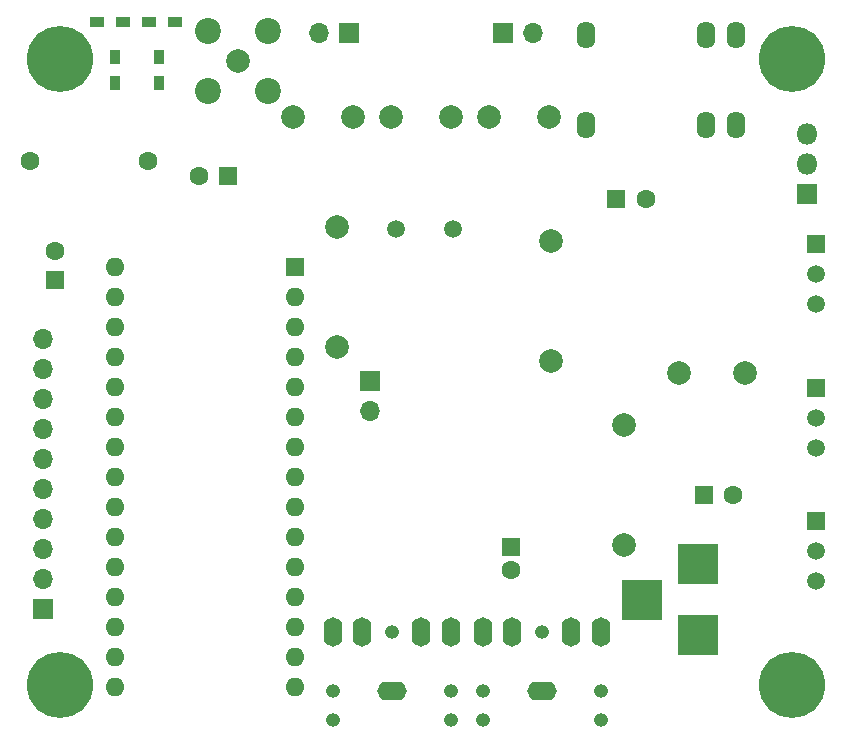
<source format=gbs>
G04 #@! TF.FileFunction,Soldermask,Bot*
%FSLAX46Y46*%
G04 Gerber Fmt 4.6, Leading zero omitted, Abs format (unit mm)*
G04 Created by KiCad (PCBNEW 4.0.7) date 12/26/22 11:34:17*
%MOMM*%
%LPD*%
G01*
G04 APERTURE LIST*
%ADD10C,0.100000*%
%ADD11R,1.600000X1.600000*%
%ADD12O,1.600000X1.600000*%
%ADD13C,1.998980*%
%ADD14C,5.600000*%
%ADD15C,1.600000*%
%ADD16C,2.200000*%
%ADD17C,2.000000*%
%ADD18O,2.500000X1.600000*%
%ADD19O,1.200000X1.200000*%
%ADD20O,1.600000X2.500000*%
%ADD21O,1.600000X2.300000*%
%ADD22C,1.520000*%
%ADD23R,1.520000X1.520000*%
%ADD24R,3.500120X3.500120*%
%ADD25R,1.700000X1.700000*%
%ADD26O,1.700000X1.700000*%
%ADD27C,1.500000*%
%ADD28R,1.200000X0.900000*%
%ADD29R,0.900000X1.200000*%
%ADD30R,1.800000X1.800000*%
%ADD31O,1.800000X1.800000*%
G04 APERTURE END LIST*
D10*
D11*
X123900000Y-120600000D03*
D12*
X108660000Y-153620000D03*
X123900000Y-123140000D03*
X108660000Y-151080000D03*
X123900000Y-125680000D03*
X108660000Y-148540000D03*
X123900000Y-128220000D03*
X108660000Y-146000000D03*
X123900000Y-130760000D03*
X108660000Y-143460000D03*
X123900000Y-133300000D03*
X108660000Y-140920000D03*
X123900000Y-135840000D03*
X108660000Y-138380000D03*
X123900000Y-138380000D03*
X108660000Y-135840000D03*
X123900000Y-140920000D03*
X108660000Y-133300000D03*
X123900000Y-143460000D03*
X108660000Y-130760000D03*
X123900000Y-146000000D03*
X108660000Y-128220000D03*
X123900000Y-148540000D03*
X108660000Y-125680000D03*
X123900000Y-151080000D03*
X108660000Y-123140000D03*
X123900000Y-153620000D03*
X108660000Y-120600000D03*
X123900000Y-156160000D03*
X108660000Y-156160000D03*
D13*
X132000000Y-107920000D03*
X137080000Y-107920000D03*
D14*
X166000000Y-156000000D03*
X104000000Y-156000000D03*
X104000000Y-103000000D03*
X166000000Y-103000000D03*
D11*
X151075000Y-114850000D03*
D15*
X153575000Y-114850000D03*
D11*
X103600000Y-121750000D03*
D15*
X103600000Y-119250000D03*
D16*
X116510000Y-100610000D03*
X116510000Y-105690000D03*
X121590000Y-105690000D03*
X121590000Y-100610000D03*
D17*
X119050000Y-103150000D03*
D18*
X132100000Y-156500000D03*
D19*
X132100000Y-151500000D03*
D20*
X137100000Y-151500000D03*
X134600000Y-151500000D03*
X129600000Y-151500000D03*
X127100000Y-151500000D03*
D19*
X137100000Y-156500000D03*
X127100000Y-156500000D03*
X137100000Y-159000000D03*
X127100000Y-159000000D03*
D21*
X148500000Y-108620000D03*
X158660000Y-108620000D03*
X148500000Y-101000000D03*
X158660000Y-101000000D03*
X161200000Y-108620000D03*
X161200000Y-101000000D03*
D11*
X142200000Y-144300000D03*
D15*
X142200000Y-146300000D03*
D13*
X151790000Y-134028740D03*
X151790000Y-144188740D03*
D18*
X144800000Y-156500000D03*
D19*
X144800000Y-151500000D03*
D20*
X149800000Y-151500000D03*
X147300000Y-151500000D03*
X142300000Y-151500000D03*
X139800000Y-151500000D03*
D19*
X149800000Y-156500000D03*
X139800000Y-156500000D03*
X149800000Y-159000000D03*
X139800000Y-159000000D03*
D13*
X156408000Y-129621000D03*
X161996000Y-129621000D03*
D22*
X168000000Y-144640000D03*
X168000000Y-147180000D03*
D23*
X168000000Y-142100000D03*
D22*
X167975000Y-121240000D03*
X167975000Y-123780000D03*
D23*
X167975000Y-118700000D03*
D24*
X158000000Y-145799860D03*
X158000000Y-151799340D03*
X153301000Y-148799600D03*
D11*
X158500000Y-139900000D03*
D15*
X161000000Y-139900000D03*
D11*
X118250000Y-112925000D03*
D15*
X115750000Y-112925000D03*
D22*
X168000000Y-133440000D03*
X168000000Y-135980000D03*
D23*
X168000000Y-130900000D03*
D15*
X101425000Y-111675000D03*
X111425000Y-111675000D03*
D13*
X145600000Y-118398740D03*
X145600000Y-128558740D03*
D25*
X102600000Y-149600000D03*
D26*
X102600000Y-147060000D03*
X102600000Y-144520000D03*
X102600000Y-141980000D03*
X102600000Y-139440000D03*
X102600000Y-136900000D03*
X102600000Y-134360000D03*
X102600000Y-131820000D03*
X102600000Y-129280000D03*
X102600000Y-126740000D03*
D25*
X128500000Y-100800000D03*
D26*
X125960000Y-100800000D03*
D25*
X141500000Y-100800000D03*
D26*
X144040000Y-100800000D03*
D27*
X132425000Y-117375000D03*
X137305000Y-117375000D03*
D13*
X123700000Y-107920000D03*
X128780000Y-107920000D03*
X140300000Y-107920000D03*
X145380000Y-107920000D03*
D28*
X113725000Y-99925000D03*
X111525000Y-99925000D03*
X107125000Y-99925000D03*
X109325000Y-99925000D03*
D29*
X112400000Y-105075000D03*
X112400000Y-102875000D03*
X108675000Y-105050000D03*
X108675000Y-102850000D03*
D13*
X127450000Y-117248740D03*
X127450000Y-127408740D03*
D30*
X167250000Y-114425000D03*
D31*
X167250000Y-111885000D03*
X167250000Y-109345000D03*
D25*
X130275000Y-130300000D03*
D26*
X130275000Y-132840000D03*
M02*

</source>
